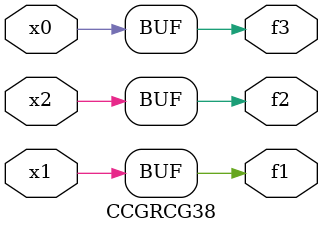
<source format=v>
module CCGRCG38(
	input x0, x1, x2,
	output f1, f2, f3
);
	assign f1 = x1;
	assign f2 = x2;
	assign f3 = x0;
endmodule

</source>
